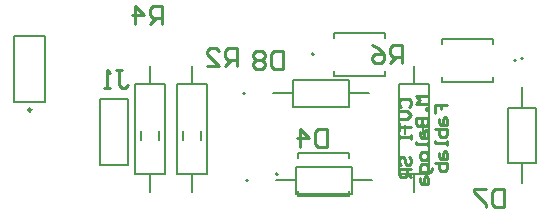
<source format=gbo>
G04*
G04 #@! TF.GenerationSoftware,Altium Limited,Altium Designer,22.7.1 (60)*
G04*
G04 Layer_Color=13421812*
%FSLAX44Y44*%
%MOMM*%
G71*
G04*
G04 #@! TF.SameCoordinates,BB791E64-C305-444D-A552-B41D82B215A1*
G04*
G04*
G04 #@! TF.FilePolarity,Positive*
G04*
G01*
G75*
%ADD10C,0.2500*%
%ADD11C,0.2000*%
%ADD12C,0.2540*%
%ADD38C,0.1270*%
D10*
X113010Y92750D02*
G03*
X113010Y92750I-1250J0D01*
G01*
D11*
X352160Y139700D02*
G03*
X352160Y139700I-1000J0D01*
G01*
X294140Y106680D02*
G03*
X294140Y106680I-1000J0D01*
G01*
X321680Y38100D02*
G03*
X321680Y38100I-1000J0D01*
G01*
X296680Y33020D02*
G03*
X296680Y33020I-1000J0D01*
G01*
X529320Y136120D02*
G03*
X529320Y136120I-1000J0D01*
G01*
X523600Y134620D02*
G03*
X523600Y134620I-1000J0D01*
G01*
X194930Y45710D02*
Y101610D01*
X170830Y45710D02*
X194930D01*
X170830D02*
Y101610D01*
X194930D01*
X226060Y38100D02*
Y114300D01*
X200660Y38100D02*
X226060D01*
X200660D02*
Y114300D01*
X226060D01*
X213360Y22860D02*
Y38100D01*
Y114300D02*
Y129540D01*
X449580Y38100D02*
Y114300D01*
X424180Y38100D02*
X449580D01*
X424180D02*
Y114300D01*
X449580D01*
X436880Y22860D02*
Y38100D01*
Y114300D02*
Y129540D01*
X98560Y99100D02*
X124960D01*
X98560D02*
Y154900D01*
X124960D01*
Y99100D02*
Y154900D01*
X444380Y72200D02*
Y80200D01*
X429380Y72200D02*
Y80200D01*
X205860Y67120D02*
Y75120D01*
X220860Y67120D02*
Y75120D01*
X241420Y67120D02*
Y75120D01*
X256420Y67120D02*
Y75120D01*
X248920Y114300D02*
Y129540D01*
Y22860D02*
Y38100D01*
X236220Y114300D02*
X261620D01*
X236220Y38100D02*
Y114300D01*
Y38100D02*
X261620D01*
Y114300D01*
D12*
X425876Y94829D02*
X424183Y96522D01*
Y99907D01*
X425876Y101600D01*
X432647D01*
X434340Y99907D01*
Y96522D01*
X432647Y94829D01*
X424183Y91443D02*
X430954D01*
X434340Y88058D01*
X430954Y84672D01*
X424183D01*
Y81287D02*
Y74515D01*
Y77901D01*
X434340D01*
X424183Y71130D02*
Y67744D01*
Y69437D01*
X434340D01*
Y71130D01*
Y67744D01*
X425876Y45738D02*
X424183Y47431D01*
Y50816D01*
X425876Y52509D01*
X427569D01*
X429262Y50816D01*
Y47431D01*
X430954Y45738D01*
X432647D01*
X434340Y47431D01*
Y50816D01*
X432647Y52509D01*
X434340Y42352D02*
X424183D01*
Y37274D01*
X425876Y35581D01*
X429262D01*
X430954Y37274D01*
Y42352D01*
Y38967D02*
X434340Y35581D01*
X454663Y89749D02*
Y96520D01*
X459742D01*
Y93134D01*
Y96520D01*
X464820D01*
X458049Y84670D02*
Y81285D01*
X459742Y79592D01*
X464820D01*
Y84670D01*
X463127Y86363D01*
X461434Y84670D01*
Y79592D01*
X454663Y76207D02*
X464820D01*
Y71128D01*
X463127Y69435D01*
X461434D01*
X459742D01*
X458049Y71128D01*
Y76207D01*
X464820Y66050D02*
Y62664D01*
Y64357D01*
X454663D01*
Y66050D01*
X458049Y55893D02*
Y52508D01*
X459742Y50815D01*
X464820D01*
Y55893D01*
X463127Y57586D01*
X461434Y55893D01*
Y50815D01*
X454663Y47429D02*
X464820D01*
Y42351D01*
X463127Y40658D01*
X461434D01*
X459742D01*
X458049Y42351D01*
Y47429D01*
X448734Y104140D02*
X438578D01*
X441963Y100754D01*
X438578Y97369D01*
X448734D01*
Y93983D02*
X447042D01*
Y92290D01*
X448734D01*
Y93983D01*
X438578Y85519D02*
X448734D01*
Y80441D01*
X447042Y78748D01*
X445349D01*
X443656Y80441D01*
Y85519D01*
Y80441D01*
X441963Y78748D01*
X440271D01*
X438578Y80441D01*
Y85519D01*
X441963Y73670D02*
Y70284D01*
X443656Y68591D01*
X448734D01*
Y73670D01*
X447042Y75363D01*
X445349Y73670D01*
Y68591D01*
X448734Y65206D02*
Y61820D01*
Y63513D01*
X438578D01*
Y65206D01*
X448734Y55049D02*
Y51664D01*
X447042Y49971D01*
X443656D01*
X441963Y51664D01*
Y55049D01*
X443656Y56742D01*
X447042D01*
X448734Y55049D01*
X452120Y43200D02*
Y41507D01*
X450427Y39814D01*
X441963D01*
Y44892D01*
X443656Y46585D01*
X447042D01*
X448734Y44892D01*
Y39814D01*
X441963Y34736D02*
Y31350D01*
X443656Y29657D01*
X448734D01*
Y34736D01*
X447042Y36428D01*
X445349Y34736D01*
Y29657D01*
X184788Y126868D02*
X189867D01*
X187327D01*
Y114172D01*
X189867Y111633D01*
X192406D01*
X194945Y114172D01*
X179710Y111633D02*
X174632D01*
X177171D01*
Y126868D01*
X179710Y124329D01*
X426716Y132083D02*
Y147317D01*
X419098D01*
X416559Y144778D01*
Y139700D01*
X419098Y137161D01*
X426716D01*
X421637D02*
X416559Y132083D01*
X401324Y147317D02*
X406403Y144778D01*
X411481Y139700D01*
Y134622D01*
X408942Y132083D01*
X403863D01*
X401324Y134622D01*
Y137161D01*
X403863Y139700D01*
X411481D01*
X223516Y165103D02*
Y180338D01*
X215898D01*
X213359Y177798D01*
Y172720D01*
X215898Y170181D01*
X223516D01*
X218438D02*
X213359Y165103D01*
X200663D02*
Y180338D01*
X208281Y172720D01*
X198124D01*
X287016Y129543D02*
Y144777D01*
X279398D01*
X276859Y142238D01*
Y137160D01*
X279398Y134621D01*
X287016D01*
X281938D02*
X276859Y129543D01*
X261624D02*
X271781D01*
X261624Y139699D01*
Y142238D01*
X264163Y144777D01*
X269242D01*
X271781Y142238D01*
X326116Y142238D02*
Y127002D01*
X318498D01*
X315959Y129542D01*
Y139698D01*
X318498Y142238D01*
X326116D01*
X310881Y139698D02*
X308342Y142238D01*
X303263D01*
X300724Y139698D01*
Y137159D01*
X303263Y134620D01*
X300724Y132081D01*
Y129542D01*
X303263Y127002D01*
X308342D01*
X310881Y129542D01*
Y132081D01*
X308342Y134620D01*
X310881Y137159D01*
Y139698D01*
X308342Y134620D02*
X303263D01*
X513076Y25398D02*
Y10163D01*
X505458D01*
X502919Y12702D01*
Y22858D01*
X505458Y25398D01*
X513076D01*
X497841D02*
X487684D01*
Y22858D01*
X497841Y12702D01*
Y10163D01*
X363216Y76198D02*
Y60963D01*
X355598D01*
X353059Y63502D01*
Y73658D01*
X355598Y76198D01*
X363216D01*
X340363Y60963D02*
Y76198D01*
X347981Y68580D01*
X337824D01*
D38*
X369535Y121575D02*
X412785D01*
X369535Y157825D02*
X412785D01*
Y153500D02*
Y157825D01*
Y121575D02*
Y125900D01*
X369535Y153500D02*
Y157825D01*
Y121575D02*
Y125900D01*
X317490Y106680D02*
X334640D01*
X381640D02*
X398790D01*
X334640Y94930D02*
Y106680D01*
Y118430D01*
X381640D01*
Y106680D02*
Y118430D01*
Y94930D02*
Y106680D01*
X334640Y94930D02*
X381640D01*
X339055Y19975D02*
X382305D01*
X339055Y56225D02*
X382305D01*
Y51900D02*
Y56225D01*
Y19975D02*
Y24300D01*
X339055Y51900D02*
Y56225D01*
Y19975D02*
Y24300D01*
X320030Y33020D02*
X337180D01*
X384180D02*
X401330D01*
X337180Y21270D02*
Y33020D01*
Y44770D01*
X384180D01*
Y33020D02*
Y44770D01*
Y21270D02*
Y33020D01*
X337180Y21270D02*
X384180D01*
X528320Y94620D02*
Y111770D01*
Y30470D02*
Y47620D01*
X516570Y94620D02*
X528320D01*
X540070D01*
Y47620D02*
Y94620D01*
X528320Y47620D02*
X540070D01*
X516570D02*
X528320D01*
X516570D02*
Y94620D01*
X504225Y148420D02*
Y152745D01*
Y116495D02*
Y120820D01*
X460975Y148420D02*
Y152745D01*
Y116495D02*
Y120820D01*
Y116495D02*
X504225D01*
X460975Y152745D02*
X504225D01*
M02*

</source>
